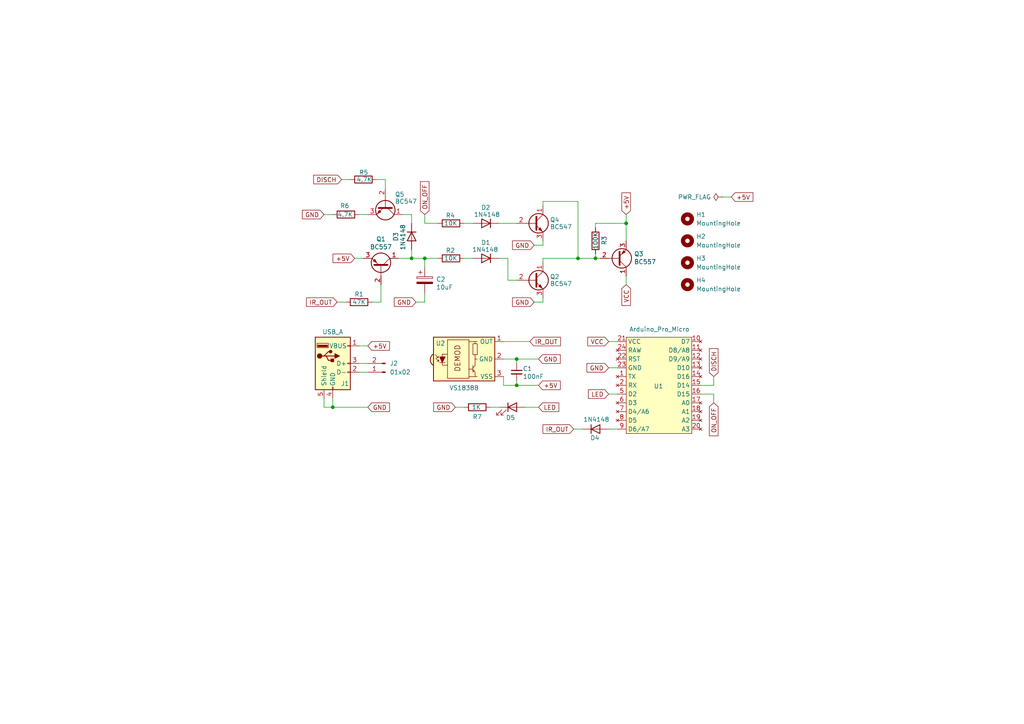
<source format=kicad_sch>
(kicad_sch (version 20250114) (generator "eeschema") (generator_version "9.0")
  (paper "A4")
  (lib_symbols
    (symbol "Connector:Conn_01x02_Pin" (pin_names (offset 1.016) (hide yes))
      (property "Reference" "J" (at 0 2.54 0))
      (property "Value" "Conn_01x02_Pin" (at 0 -5.08 0))
      (symbol "Conn_01x02_Pin_1_1"
        (rectangle (start 0.8636 0.127) (end 0 -0.127) (stroke (width 0.1524)) (fill (type outline)))
        (rectangle (start 0.8636 -2.413) (end 0 -2.667) (stroke (width 0.1524)) (fill (type outline)))
        (polyline (pts (xy 1.27 0) (xy 0.8636 0)) (stroke (width 0.1524)))
        (polyline (pts (xy 1.27 -2.54) (xy 0.8636 -2.54)) (stroke (width 0.1524)))
        (pin passive line (at 5.08 0 180) (length 3.81) (name "Pin_1") (number "1"))
        (pin passive line (at 5.08 -2.54 180) (length 3.81) (name "Pin_2") (number "2"))
      )
    )
    (symbol "Connector:USB_A" (pin_names (offset 1.016))
      (property "Reference" "J1" (at 3.556 -5.842 0))
      (property "Value" "USB_A" (at 0 9.144 0))
      (symbol "USB_A_0_1"
        (rectangle (start -5.08 -7.62) (end 5.08 7.62) (stroke (width 0.254)) (fill (type background)))
        (circle (center -3.81 2.159) (radius 0.635) (stroke (width 0.254)) (fill (type outline)))
        (polyline (pts (xy -3.175 2.159) (xy -2.54 2.159) (xy -1.27 3.429) (xy -0.635 3.429)) (stroke (width 0.254)))
        (polyline (pts (xy -2.54 2.159) (xy -1.905 2.159) (xy -1.27 0.889) (xy 0 0.889)) (stroke (width 0.254)))
        (rectangle (start -1.524 4.826) (end -4.318 5.334) (fill (type outline)))
        (rectangle (start -1.27 4.572) (end -4.572 5.842))
        (circle (center -0.635 3.429) (radius 0.381) (stroke (width 0.254)) (fill (type outline)))
        (rectangle (start -0.127 -7.62) (end 0.127 -6.858))
        (rectangle (start 0.254 1.27) (end -0.508 0.508) (stroke (width 0.254)) (fill (type outline)))
        (polyline (pts (xy 0.635 2.794) (xy 0.635 1.524) (xy 1.905 2.159) (xy 0.635 2.794)) (stroke (width 0.254)) (fill (type outline)))
        (rectangle (start 5.08 4.953) (end 4.318 5.207))
        (rectangle (start 5.08 -0.127) (end 4.318 0.127))
        (rectangle (start 5.08 -2.667) (end 4.318 -2.413))
      )
      (symbol "USB_A_1_1"
        (polyline (pts (xy -1.905 2.159) (xy 0.635 2.159)) (stroke (width 0.254)))
        (pin passive line (at -2.54 -10.16 90) (length 2.54) (name "Shield") (number "5"))
        (pin passive line (at 0 -10.16 90) (length 2.54) (name "GND") (number "4"))
        (pin power_in line (at 7.62 5.08 180) (length 2.54) (name "VBUS") (number "1"))
        (pin free line (at 7.62 0 180) (length 2.54) (name "D+") (number "3"))
        (pin free line (at 7.62 -2.54 180) (length 2.54) (name "D-") (number "2"))
      )
    )
    (symbol "Custom:VS1838B"
      (property "Reference" "U2" (at -8.128 4.572 0))
      (property "Value" "VS1838B" (at -1.27 -8.382 0))
      (symbol "VS1838B_0_0"
        (arc (start -10.287 -1.778) (mid -11.0899 -0.1905) (end -10.287 1.397) (stroke (width 0.254)) (fill (type background)))
        (polyline (pts (xy 1.905 5.08) (xy 0.127 5.08)))
        (polyline (pts (xy 1.905 -5.08) (xy 0.127 -5.08)))
        (text "DEMOD" (at -3.175 0.254 900) (effects (font (size 1.524 1.524))))
      )
      (symbol "VS1838B_0_1"
        (polyline (pts (xy -8.763 0.381) (xy -9.652 1.27)))
        (polyline (pts (xy -8.763 0.381) (xy -9.271 0.381)))
        (polyline (pts (xy -8.763 0.381) (xy -8.763 0.889)))
        (polyline (pts (xy -8.636 -0.635) (xy -9.525 0.254)))
        (polyline (pts (xy -8.636 -0.635) (xy -9.144 -0.635)))
        (polyline (pts (xy -8.636 -0.635) (xy -8.636 -0.127)))
        (polyline (pts (xy -8.382 0.635) (xy -6.731 0.635) (xy -7.62 -1.016) (xy -8.382 0.635)) (fill (type outline)))
        (polyline (pts (xy -8.382 -1.016) (xy -6.731 -1.016)))
        (rectangle (start -6.096 5.588) (end 0.127 -5.588))
        (polyline (pts (xy -6.096 1.397) (xy -7.62 1.397) (xy -7.62 -1.778) (xy -6.096 -1.778)))
        (polyline (pts (xy 1.27 -1.905) (xy 1.27 -3.81)))
        (polyline (pts (xy 1.27 -2.54) (xy 1.905 -1.905) (xy 1.905 0) (xy 2.54 0)))
        (polyline (pts (xy 1.27 -2.921) (xy 0.127 -2.921)))
        (polyline (pts (xy 1.27 -3.175) (xy 1.905 -3.81) (xy 1.905 -5.08) (xy 2.54 -5.08)))
        (polyline (pts (xy 1.397 -3.556) (xy 1.524 -3.556)))
        (polyline (pts (xy 1.651 -3.556) (xy 1.524 -3.556)))
        (polyline (pts (xy 1.651 -3.556) (xy 1.651 -3.302)))
        (polyline (pts (xy 1.905 4.445) (xy 1.905 5.08) (xy 2.54 5.08)))
        (polyline (pts (xy 1.905 0) (xy 1.905 1.27)))
        (rectangle (start 2.54 1.27) (end 1.27 4.445))
        (rectangle (start 7.62 6.35) (end -10.16 -6.35) (stroke (width 0.254)) (fill (type background)))
      )
      (symbol "VS1838B_1_1"
        (pin output line (at 10.16 5.08 180) (length 2.54) (name "OUT") (number "1"))
        (pin passive line (at 10.16 0 180) (length 2.54) (name "GND") (number "2"))
        (pin power_in line (at 10.16 -5.08 180) (length 2.54) (name "VSS") (number "3"))
      )
    )
    (symbol "D_1" (pin_numbers (hide yes)) (pin_names (offset 1.016) (hide yes))
      (property "Reference" "D5" (at -1.27 -3.048 0))
      (property "Value" "1N5817" (at -3.302 -5.334 0))
      (symbol "D_1_0_1"
        (polyline (pts (xy -1.27 1.27) (xy -1.27 -1.27)) (stroke (width 0.254)))
        (polyline (pts (xy 1.27 1.27) (xy 1.27 -1.27) (xy -1.27 0) (xy 1.27 1.27)) (stroke (width 0.254)))
        (polyline (pts (xy 1.27 0) (xy -1.27 0)))
      )
      (symbol "D_1_1_1"
        (pin passive line (at -3.81 0 0) (length 2.54) (name "K") (number "1"))
        (pin passive line (at 3.81 0 180) (length 2.54) (name "A") (number "2"))
      )
    )
    (symbol "Device:C_Polarized" (pin_numbers (hide yes)) (pin_names (offset 0.254))
      (property "Reference" "C" (at 0.635 2.54 0))
      (property "Value" "C_Polarized" (at 0.635 -2.54 0))
      (symbol "C_Polarized_0_1"
        (rectangle (start -2.286 0.508) (end 2.286 1.016))
        (polyline (pts (xy -1.778 2.286) (xy -0.762 2.286)))
        (polyline (pts (xy -1.27 2.794) (xy -1.27 1.778)))
        (rectangle (start 2.286 -0.508) (end -2.286 -1.016) (fill (type outline)))
      )
      (symbol "C_Polarized_1_1"
        (pin passive line (at 0 3.81 270) (length 2.794) (name "~") (number "1"))
        (pin passive line (at 0 -3.81 90) (length 2.794) (name "~") (number "2"))
      )
    )
    (symbol "Device:D" (pin_numbers (hide yes)) (pin_names (offset 1.016) (hide yes))
      (property "Reference" "D" (at 0 2.54 0))
      (property "Value" "D" (at 0 -2.54 0))
      (symbol "D_0_1"
        (polyline (pts (xy -1.27 1.27) (xy -1.27 -1.27)) (stroke (width 0.254)))
        (polyline (pts (xy 1.27 1.27) (xy 1.27 -1.27) (xy -1.27 0) (xy 1.27 1.27)) (stroke (width 0.254)))
        (polyline (pts (xy 1.27 0) (xy -1.27 0)))
      )
      (symbol "D_1_1"
        (pin passive line (at -3.81 0 0) (length 2.54) (name "K") (number "1"))
        (pin passive line (at 3.81 0 180) (length 2.54) (name "A") (number "2"))
      )
    )
    (symbol "Device:LED" (pin_numbers (hide yes)) (pin_names (offset 1.016) (hide yes))
      (property "Reference" "D" (at 0 2.54 0))
      (property "Value" "LED" (at 0 -2.54 0))
      (symbol "LED_0_1"
        (polyline (pts (xy -3.048 -0.762) (xy -4.572 -2.286) (xy -3.81 -2.286) (xy -4.572 -2.286) (xy -4.572 -1.524)))
        (polyline (pts (xy -1.778 -0.762) (xy -3.302 -2.286) (xy -2.54 -2.286) (xy -3.302 -2.286) (xy -3.302 -1.524)))
        (polyline (pts (xy -1.27 0) (xy 1.27 0)))
        (polyline (pts (xy -1.27 -1.27) (xy -1.27 1.27)) (stroke (width 0.254)))
        (polyline (pts (xy 1.27 -1.27) (xy 1.27 1.27) (xy -1.27 0) (xy 1.27 -1.27)) (stroke (width 0.254)))
      )
      (symbol "LED_1_1"
        (pin passive line (at -3.81 0 0) (length 2.54) (name "K") (number "1"))
        (pin passive line (at 3.81 0 180) (length 2.54) (name "A") (number "2"))
      )
    )
    (symbol "Device:R" (pin_numbers (hide yes)) (pin_names (offset 0))
      (property "Reference" "R" (at 2.032 0 90))
      (property "Value" "R" (at 0 0 90))
      (symbol "R_0_1"
        (rectangle (start -1.016 -2.54) (end 1.016 2.54) (stroke (width 0.254)))
      )
      (symbol "R_1_1"
        (pin passive line (at 0 3.81 270) (length 1.27) (name "~") (number "1"))
        (pin passive line (at 0 -3.81 90) (length 1.27) (name "~") (number "2"))
      )
    )
    (symbol "Mechanical:MountingHole" (pin_names (offset 1.016)) (in_bom no)
      (property "Reference" "H" (at 0 5.08 0))
      (property "Value" "MountingHole" (at 0 3.175 0))
      (symbol "MountingHole_0_1"
        (circle (center 0 0) (radius 1.27) (stroke (width 1.27)))
      )
    )
    (symbol "PCM_SparkFun-Board:ProMicroC"
      (property "Reference" "U1" (at 9.398 -15.494 0))
      (property "Value" "Arduino_Pro_Micro" (at 9.652 1.016 0))
      (symbol "ProMicroC_1_1"
        (rectangle (start 0 -1.27) (end 19.05 -29.21) (fill (type background)))
        (pin input line (at -2.54 -2.54 0) (length 2.54) (name "VCC") (number "21"))
        (pin no_connect line (at -2.54 -5.08 0) (length 2.54) (name "RAW") (number "24"))
        (pin no_connect line (at -2.54 -7.62 0) (length 2.54) (name "RST") (number "22"))
        (pin passive line (at -2.54 -10.16 0) (length 2.54) (name "GND") (number "23"))
        (pin passive line (at -2.54 -10.16 0) (length 2.54) (hide yes) (name "GND") (number "3"))
        (pin passive line (at -2.54 -10.16 0) (length 2.54) (hide yes) (name "GND") (number "4"))
        (pin no_connect line (at -2.54 -12.7 0) (length 2.54) (name "TX") (number "1"))
        (pin no_connect line (at -2.54 -15.24 0) (length 2.54) (name "RX") (number "2"))
        (pin bidirectional line (at -2.54 -17.78 0) (length 2.54) (name "D2") (number "5"))
        (pin no_connect line (at -2.54 -20.32 0) (length 2.54) (name "D3") (number "6"))
        (pin no_connect line (at -2.54 -22.86 0) (length 2.54) (name "D4/A6") (number "7"))
        (pin no_connect line (at -2.54 -25.4 0) (length 2.54) (name "D5") (number "8"))
        (pin bidirectional line (at -2.54 -27.94 0) (length 2.54) (name "D6/A7") (number "9"))
        (pin no_connect line (at 21.59 -2.54 180) (length 2.54) (name "D7") (number "10"))
        (pin no_connect line (at 21.59 -5.08 180) (length 2.54) (name "D8/A8") (number "11"))
        (pin no_connect line (at 21.59 -7.62 180) (length 2.54) (name "D9/A9") (number "12"))
        (pin no_connect line (at 21.59 -10.16 180) (length 2.54) (name "D10") (number "13"))
        (pin no_connect line (at 21.59 -12.7 180) (length 2.54) (name "D16") (number "14"))
        (pin bidirectional line (at 21.59 -15.24 180) (length 2.54) (name "D14") (number "15"))
        (pin bidirectional line (at 21.59 -17.78 180) (length 2.54) (name "D15") (number "16"))
        (pin no_connect line (at 21.59 -20.32 180) (length 2.54) (name "A0") (number "17"))
        (pin no_connect line (at 21.59 -22.86 180) (length 2.54) (name "A1") (number "18"))
        (pin no_connect line (at 21.59 -25.4 180) (length 2.54) (name "A2") (number "19"))
        (pin no_connect line (at 21.59 -27.94 180) (length 2.54) (name "A3") (number "20"))
      )
    )
    (symbol "PCM_SparkFun-Capacitor:C" (pin_numbers (hide yes)) (pin_names (offset 0.254))
      (property "Reference" "C" (at 0.635 2.54 0))
      (property "Value" "C" (at 0.635 -2.54 0))
      (property "Voltage" "1kV" (at 0 -6.35 0))
      (property "Tolerance" "100%" (at 0 -8.89 0))
      (symbol "C_0_1"
        (polyline (pts (xy -1.524 0.508) (xy 1.524 0.508)) (stroke (width 0.3048)))
        (polyline (pts (xy -1.524 -0.508) (xy 1.524 -0.508)) (stroke (width 0.3302)))
      )
      (symbol "C_1_1"
        (pin passive line (at 0 2.54 270) (length 2.032) (name "~") (number "1"))
        (pin passive line (at 0 -2.54 90) (length 2.032) (name "~") (number "2"))
      )
    )
    (symbol "Transistor_BJT:BC547" (pin_names (offset 0) (hide yes))
      (property "Reference" "Q" (at 5.08 1.905 0))
      (property "Value" "BC547" (at 5.08 0 0))
      (symbol "BC547_0_1"
        (polyline (pts (xy -2.54 0) (xy 0.635 0)))
        (polyline (pts (xy 0.635 1.905) (xy 0.635 -1.905)) (stroke (width 0.508)))
        (circle (center 1.27 0) (radius 2.8194) (stroke (width 0.254)))
      )
      (symbol "BC547_1_1"
        (polyline (pts (xy 0.635 0.635) (xy 2.54 2.54)))
        (polyline (pts (xy 0.635 -0.635) (xy 2.54 -2.54)))
        (polyline (pts (xy 1.27 -1.778) (xy 1.778 -1.27) (xy 2.286 -2.286) (xy 1.27 -1.778)) (fill (type outline)))
        (pin input line (at -5.08 0 0) (length 2.54) (name "B") (number "2"))
        (pin passive line (at 2.54 5.08 270) (length 2.54) (name "C") (number "1"))
        (pin passive line (at 2.54 -5.08 90) (length 2.54) (name "E") (number "3"))
      )
    )
    (symbol "Transistor_BJT:BC557" (pin_names (offset 0) (hide yes))
      (property "Reference" "Q" (at 5.08 1.905 0))
      (property "Value" "BC557" (at 5.08 0 0))
      (symbol "BC557_0_1"
        (polyline (pts (xy -2.54 0) (xy 0.635 0)))
        (polyline (pts (xy 0.635 1.905) (xy 0.635 -1.905)) (stroke (width 0.508)))
        (polyline (pts (xy 0.635 0.635) (xy 2.54 2.54)))
        (polyline (pts (xy 0.635 -0.635) (xy 2.54 -2.54)))
        (circle (center 1.27 0) (radius 2.8194) (stroke (width 0.254)))
        (polyline (pts (xy 2.286 -1.778) (xy 1.778 -2.286) (xy 1.27 -1.27) (xy 2.286 -1.778)) (fill (type outline)))
      )
      (symbol "BC557_1_1"
        (pin input line (at -5.08 0 0) (length 2.54) (name "B") (number "2"))
        (pin passive line (at 2.54 5.08 270) (length 2.54) (name "C") (number "1"))
        (pin passive line (at 2.54 -5.08 90) (length 2.54) (name "E") (number "3"))
      )
    )
    (symbol "power:PWR_FLAG" (power) (pin_numbers (hide yes)) (pin_names (offset 0) (hide yes))
      (property "Value" "PWR_FLAG" (at 0 3.81 0))
      (symbol "PWR_FLAG_0_0"
        (pin power_out line (at 0 0 90) (length 0) (name "~") (number "1"))
      )
      (symbol "PWR_FLAG_0_1"
        (polyline (pts (xy 0 0) (xy 0 1.27) (xy -1.016 1.905) (xy 0 2.54) (xy 1.016 1.905) (xy 0 1.27)))
      )
    )
  )
  (junction (at 167.64 74.93))
  (junction (at 181.61 64.77))
  (junction (at 172.72 74.93))
  (junction (at 123.19 74.93))
  (junction (at 96.52 118.11))
  (junction (at 149.86 111.76))
  (junction (at 119.38 74.93))
  (junction (at 149.86 104.14))
  (wire (pts (xy 157.48 59.69) (xy 157.48 58.42)))
  (wire (pts (xy 156.21 104.14) (xy 149.86 104.14)))
  (wire (pts (xy 123.19 85.09) (xy 123.19 87.63)))
  (wire (pts (xy 123.19 64.77) (xy 127 64.77)))
  (wire (pts (xy 167.64 74.93) (xy 172.72 74.93)))
  (wire (pts (xy 207.01 109.22) (xy 207.01 111.76)))
  (wire (pts (xy 147.32 81.28) (xy 149.86 81.28)))
  (wire (pts (xy 106.68 118.11) (xy 96.52 118.11)))
  (wire (pts (xy 144.78 118.11) (xy 142.24 118.11)))
  (wire (pts (xy 93.98 62.23) (xy 96.52 62.23)))
  (wire (pts (xy 120.65 87.63) (xy 123.19 87.63)))
  (wire (pts (xy 176.53 114.3) (xy 179.07 114.3)))
  (wire (pts (xy 119.38 72.39) (xy 119.38 74.93)))
  (wire (pts (xy 154.94 87.63) (xy 157.48 87.63)))
  (wire (pts (xy 181.61 80.01) (xy 181.61 82.55)))
  (wire (pts (xy 157.48 71.12) (xy 157.48 69.85)))
  (wire (pts (xy 207.01 114.3) (xy 207.01 116.84)))
  (wire (pts (xy 181.61 62.23) (xy 181.61 64.77)))
  (wire (pts (xy 134.62 74.93) (xy 137.16 74.93)))
  (wire (pts (xy 157.48 74.93) (xy 167.64 74.93)))
  (wire (pts (xy 115.57 74.93) (xy 119.38 74.93)))
  (wire (pts (xy 147.32 81.28) (xy 147.32 74.93)))
  (wire (pts (xy 107.95 87.63) (xy 110.49 87.63)))
  (wire (pts (xy 156.21 111.76) (xy 149.86 111.76)))
  (wire (pts (xy 157.48 58.42) (xy 167.64 58.42)))
  (wire (pts (xy 167.64 58.42) (xy 167.64 74.93)))
  (wire (pts (xy 172.72 64.77) (xy 181.61 64.77)))
  (wire (pts (xy 176.53 99.06) (xy 179.07 99.06)))
  (wire (pts (xy 93.98 115.57) (xy 93.98 118.11)))
  (wire (pts (xy 172.72 66.04) (xy 172.72 64.77)))
  (wire (pts (xy 152.4 118.11) (xy 156.21 118.11)))
  (wire (pts (xy 104.14 62.23) (xy 106.68 62.23)))
  (wire (pts (xy 119.38 62.23) (xy 119.38 64.77)))
  (wire (pts (xy 154.94 71.12) (xy 157.48 71.12)))
  (wire (pts (xy 157.48 86.36) (xy 157.48 87.63)))
  (wire (pts (xy 123.19 62.23) (xy 123.19 64.77)))
  (wire (pts (xy 176.53 106.68) (xy 179.07 106.68)))
  (wire (pts (xy 104.14 100.33) (xy 106.68 100.33)))
  (wire (pts (xy 146.05 111.76) (xy 146.05 109.22)))
  (wire (pts (xy 149.86 105.41) (xy 149.86 104.14)))
  (wire (pts (xy 119.38 62.23) (xy 116.84 62.23)))
  (wire (pts (xy 209.55 57.15) (xy 212.09 57.15)))
  (wire (pts (xy 181.61 64.77) (xy 181.61 69.85)))
  (wire (pts (xy 207.01 111.76) (xy 203.2 111.76)))
  (wire (pts (xy 172.72 74.93) (xy 173.99 74.93)))
  (wire (pts (xy 104.14 105.41) (xy 106.68 105.41)))
  (wire (pts (xy 166.37 124.46) (xy 168.91 124.46)))
  (wire (pts (xy 102.87 74.93) (xy 105.41 74.93)))
  (wire (pts (xy 93.98 118.11) (xy 96.52 118.11)))
  (wire (pts (xy 97.79 87.63) (xy 100.33 87.63)))
  (wire (pts (xy 119.38 74.93) (xy 123.19 74.93)))
  (wire (pts (xy 176.53 124.46) (xy 179.07 124.46)))
  (wire (pts (xy 123.19 74.93) (xy 123.19 77.47)))
  (wire (pts (xy 110.49 87.63) (xy 110.49 82.55)))
  (wire (pts (xy 104.14 107.95) (xy 106.68 107.95)))
  (wire (pts (xy 146.05 111.76) (xy 149.86 111.76)))
  (wire (pts (xy 123.19 74.93) (xy 127 74.93)))
  (wire (pts (xy 146.05 104.14) (xy 149.86 104.14)))
  (wire (pts (xy 157.48 76.2) (xy 157.48 74.93)))
  (wire (pts (xy 109.22 52.07) (xy 111.76 52.07)))
  (wire (pts (xy 149.86 111.76) (xy 149.86 110.49)))
  (wire (pts (xy 207.01 114.3) (xy 203.2 114.3)))
  (wire (pts (xy 153.67 99.06) (xy 146.05 99.06)))
  (wire (pts (xy 132.08 118.11) (xy 134.62 118.11)))
  (wire (pts (xy 111.76 52.07) (xy 111.76 54.61)))
  (wire (pts (xy 134.62 64.77) (xy 137.16 64.77)))
  (wire (pts (xy 96.52 118.11) (xy 96.52 115.57)))
  (wire (pts (xy 99.06 52.07) (xy 101.6 52.07)))
  (wire (pts (xy 144.78 64.77) (xy 149.86 64.77)))
  (wire (pts (xy 147.32 74.93) (xy 144.78 74.93)))
  (wire (pts (xy 172.72 73.66) (xy 172.72 74.93)))
  (global_label "DISCH" (shape input) (at 207.01 109.22 90) (property "Intersheetrefs" "${INTERSHEET_REFS}" (effects (hide yes))))
  (global_label "GND" (shape input) (at 154.94 71.12 180) (property "Intersheetrefs" "${INTERSHEET_REFS}" (effects (hide yes))))
  (global_label "LED" (shape input) (at 176.53 114.3 180) (property "Intersheetrefs" "${INTERSHEET_REFS}" (effects (hide yes))))
  (global_label "ON_OFF" (shape input) (at 123.19 62.23 90) (property "Intersheetrefs" "${INTERSHEET_REFS}" (effects (hide yes))))
  (global_label "+5V" (shape input) (at 102.87 74.93 180) (property "Intersheetrefs" "${INTERSHEET_REFS}" (effects (hide yes))))
  (global_label "IR_OUT" (shape input) (at 153.67 99.06 0) (property "Intersheetrefs" "${INTERSHEET_REFS}" (effects (hide yes))))
  (global_label "GND" (shape input) (at 156.21 104.14 0) (property "Intersheetrefs" "${INTERSHEET_REFS}" (effects (hide yes))))
  (global_label "+5V" (shape input) (at 156.21 111.76 0) (property "Intersheetrefs" "${INTERSHEET_REFS}" (effects (hide yes))))
  (global_label "ON_OFF" (shape input) (at 207.01 116.84 270) (property "Intersheetrefs" "${INTERSHEET_REFS}" (effects (hide yes))))
  (global_label "GND" (shape input) (at 120.65 87.63 180) (property "Intersheetrefs" "${INTERSHEET_REFS}" (effects (hide yes))))
  (global_label "GND" (shape input) (at 93.98 62.23 180) (property "Intersheetrefs" "${INTERSHEET_REFS}" (effects (hide yes))))
  (global_label "+5V" (shape input) (at 181.61 62.23 90) (property "Intersheetrefs" "${INTERSHEET_REFS}" (effects (hide yes))))
  (global_label "VCC" (shape input) (at 176.53 99.06 180) (property "Intersheetrefs" "${INTERSHEET_REFS}" (effects (hide yes))))
  (global_label "+5V" (shape input) (at 212.09 57.15 0) (property "Intersheetrefs" "${INTERSHEET_REFS}" (effects (hide yes))))
  (global_label "IR_OUT" (shape input) (at 166.37 124.46 180) (property "Intersheetrefs" "${INTERSHEET_REFS}" (effects (hide yes))))
  (global_label "DISCH" (shape input) (at 99.06 52.07 180) (property "Intersheetrefs" "${INTERSHEET_REFS}" (effects (hide yes))))
  (global_label "GND" (shape input) (at 106.68 118.11 0) (property "Intersheetrefs" "${INTERSHEET_REFS}" (effects (hide yes))))
  (global_label "IR_OUT" (shape input) (at 97.79 87.63 180) (property "Intersheetrefs" "${INTERSHEET_REFS}" (effects (hide yes))))
  (global_label "+5V" (shape input) (at 106.68 100.33 0) (property "Intersheetrefs" "${INTERSHEET_REFS}" (effects (hide yes))))
  (global_label "LED" (shape input) (at 156.21 118.11 0) (property "Intersheetrefs" "${INTERSHEET_REFS}" (effects (hide yes))))
  (global_label "GND" (shape input) (at 176.53 106.68 180) (property "Intersheetrefs" "${INTERSHEET_REFS}" (effects (hide yes))))
  (global_label "GND" (shape input) (at 132.08 118.11 180) (property "Intersheetrefs" "${INTERSHEET_REFS}" (effects (hide yes))))
  (global_label "VCC" (shape input) (at 181.61 82.55 270) (property "Intersheetrefs" "${INTERSHEET_REFS}" (effects (hide yes))))
  (global_label "GND" (shape input) (at 154.94 87.63 180) (property "Intersheetrefs" "${INTERSHEET_REFS}" (effects (hide yes))))
  (symbol (lib_id "Connector:Conn_01x02_Pin") (at 111.76 107.95 180) (unit 1)
    (property "Reference" "J2" (at 113.03 105.4099 0) (effects (justify right)))
    (property "Value" "01x02" (at 113.03 107.9499 0) (effects (justify right)))
    (property "Footprint" "Connector_JST:JST_EH_B2B-EH-A_1x02_P2.50mm_Vertical" (effects (hide yes)))
    (property "Description" "Generic connector, single row, 01x02, script generated" (effects (hide yes)))
  )
  (symbol (lib_id "Device:R") (at 130.81 64.77 270) (unit 1)
    (property "Reference" "R4" (at 129.286 62.484 90) (effects (justify left)))
    (property "Value" "10K" (at 128.778 64.77 90) (effects (justify left)))
    (property "Footprint" "Resistor_THT:R_Axial_DIN0207_L6.3mm_D2.5mm_P2.54mm_Vertical" (effects (hide yes)))
    (property "Description" "Resistor" (effects (hide yes)))
  )
  (symbol (lib_name "D_1") (lib_id "Device:D") (at 172.72 124.46 0) (mirror x) (unit 1)
    (property "Reference" "D4" (at 171.196 127 0) (effects (justify left)))
    (property "Value" "1N4148" (at 169.164 121.666 0) (effects (justify left)))
    (property "Footprint" "Diode_THT:D_DO-35_SOD27_P7.62mm_Horizontal" (effects (hide yes)))
    (property "Description" "Diode" (effects (hide yes)))
    (property "Sim.Device" "D" (effects (hide yes)))
    (property "Sim.Pins" "1=K 2=A" (effects (hide yes)))
  )
  (symbol (lib_id "PCM_SparkFun-Board:ProMicroC") (at 181.61 96.52 0) (unit 1)
    (property "Reference" "U1" (at 191.008 112.014 0))
    (property "Value" "Arduino_Pro_Micro" (at 191.262 95.504 0))
    (property "Footprint" "Custom:Arduino_Pro_Micro" (effects (hide yes)))
    (property "Datasheet" "https://www.sparkfun.com/products/15795" (effects (hide yes)))
  )
  (symbol (lib_id "Device:LED") (at 148.59 118.11 0) (unit 1)
    (property "Reference" "D5" (at 148.082 121.158 0))
    (property "Value" "LED" (effects (hide yes)))
    (property "Footprint" "LED_THT:LED_D5.0mm" (effects (hide yes)))
    (property "Description" "Light emitting diode" (effects (hide yes)))
    (property "Sim.Pins" "1=K 2=A" (effects (hide yes)))
  )
  (symbol (lib_id "Device:D") (at 119.38 68.58 270) (unit 1)
    (property "Reference" "D3" (at 114.808 67.31 0) (effects (justify left)))
    (property "Value" "1N4148" (at 116.84 65.024 0) (effects (justify left)))
    (property "Footprint" "Diode_THT:D_DO-35_SOD27_P7.62mm_Horizontal" (effects (hide yes)))
    (property "Description" "Diode" (effects (hide yes)))
    (property "Sim.Device" "D" (effects (hide yes)))
    (property "Sim.Pins" "1=K 2=A" (effects (hide yes)))
  )
  (symbol (lib_id "Transistor_BJT:BC557") (at 179.07 74.93 0) (mirror x) (unit 1)
    (property "Reference" "Q3" (at 183.896 73.66 0) (effects (justify left)))
    (property "Value" "BC557" (at 183.896 75.946 0) (effects (justify left)))
    (property "Footprint" "Package_TO_SOT_THT:TO-92_Inline_Wide" (effects (hide yes)))
    (property "Datasheet" "https://www.onsemi.com/pub/Collateral/BC556BTA-D.pdf" (effects (hide yes)))
    (property "Description" "0.1A Ic, 45V Vce, PNP Small Signal Transistor, TO-92" (effects (hide yes)))
  )
  (symbol (lib_id "Device:R") (at 104.14 87.63 90) (unit 1)
    (property "Reference" "R1" (at 104.14 85.344 90))
    (property "Value" "47K" (at 104.14 87.63 90))
    (property "Footprint" "Resistor_THT:R_Axial_DIN0207_L6.3mm_D2.5mm_P2.54mm_Vertical" (effects (hide yes)))
    (property "Description" "Resistor" (effects (hide yes)))
  )
  (symbol (lib_id "Mechanical:MountingHole") (at 199.39 63.5 0) (unit 1) (in_bom no)
    (property "Reference" "H1" (at 201.93 62.2299 0) (effects (justify left)))
    (property "Value" "MountingHole" (at 201.93 64.7699 0) (effects (justify left)))
    (property "Footprint" "MountingHole:MountingHole_2mm" (effects (hide yes)))
    (property "Description" "Mounting Hole without connection" (effects (hide yes)))
  )
  (symbol (lib_id "Mechanical:MountingHole") (at 199.39 82.55 0) (unit 1) (in_bom no)
    (property "Reference" "H4" (at 201.93 81.2799 0) (effects (justify left)))
    (property "Value" "MountingHole" (at 201.93 83.8199 0) (effects (justify left)))
    (property "Footprint" "MountingHole:MountingHole_2mm" (effects (hide yes)))
    (property "Description" "Mounting Hole without connection" (effects (hide yes)))
  )
  (symbol (lib_id "Transistor_BJT:BC547") (at 154.94 81.28 0) (unit 1)
    (property "Reference" "Q2" (at 159.512 80.264 0) (effects (justify left)))
    (property "Value" "BC547" (at 159.512 82.296 0) (effects (justify left)))
    (property "Footprint" "Package_TO_SOT_THT:TO-92_Inline_Wide" (effects (hide yes)))
    (property "Datasheet" "https://www.onsemi.com/pub/Collateral/BC550-D.pdf" (effects (hide yes)))
    (property "Description" "0.1A Ic, 45V Vce, Small Signal NPN Transistor, TO-92" (effects (hide yes)))
  )
  (symbol (lib_id "Transistor_BJT:BC547") (at 111.76 59.69 270) (unit 1)
    (property "Reference" "Q5" (at 114.554 56.388 90) (effects (justify left)))
    (property "Value" "BC547" (at 114.554 58.42 90) (effects (justify left)))
    (property "Footprint" "Package_TO_SOT_THT:TO-92_Inline_Wide" (effects (hide yes)))
    (property "Datasheet" "https://www.onsemi.com/pub/Collateral/BC550-D.pdf" (effects (hide yes)))
    (property "Description" "0.1A Ic, 45V Vce, Small Signal NPN Transistor, TO-92" (effects (hide yes)))
  )
  (symbol (lib_id "Mechanical:MountingHole") (at 199.39 76.2 0) (unit 1) (in_bom no)
    (property "Reference" "H3" (at 201.93 74.9299 0) (effects (justify left)))
    (property "Value" "MountingHole" (at 201.93 77.4699 0) (effects (justify left)))
    (property "Footprint" "MountingHole:MountingHole_2mm" (effects (hide yes)))
    (property "Description" "Mounting Hole without connection" (effects (hide yes)))
  )
  (symbol (lib_id "Device:R") (at 130.81 74.93 270) (unit 1)
    (property "Reference" "R2" (at 129.286 72.644 90) (effects (justify left)))
    (property "Value" "10K" (at 128.778 74.93 90) (effects (justify left)))
    (property "Footprint" "Resistor_THT:R_Axial_DIN0207_L6.3mm_D2.5mm_P2.54mm_Vertical" (effects (hide yes)))
    (property "Description" "Resistor" (effects (hide yes)))
  )
  (symbol (lib_id "Device:R") (at 100.33 62.23 90) (unit 1)
    (property "Reference" "R6" (at 101.346 59.69 90) (effects (justify left)))
    (property "Value" "4.7K" (at 102.362 62.23 90) (effects (justify left)))
    (property "Footprint" "Resistor_THT:R_Axial_DIN0207_L6.3mm_D2.5mm_P2.54mm_Vertical" (effects (hide yes)))
    (property "Description" "Resistor" (effects (hide yes)))
  )
  (symbol (lib_id "Transistor_BJT:BC547") (at 154.94 64.77 0) (unit 1)
    (property "Reference" "Q4" (at 159.512 63.754 0) (effects (justify left)))
    (property "Value" "BC547" (at 159.512 65.786 0) (effects (justify left)))
    (property "Footprint" "Package_TO_SOT_THT:TO-92_Inline_Wide" (effects (hide yes)))
    (property "Datasheet" "https://www.onsemi.com/pub/Collateral/BC550-D.pdf" (effects (hide yes)))
    (property "Description" "0.1A Ic, 45V Vce, Small Signal NPN Transistor, TO-92" (effects (hide yes)))
  )
  (symbol (lib_id "Transistor_BJT:BC557") (at 110.49 77.47 270) (mirror x) (unit 1)
    (property "Reference" "Q1" (at 110.49 69.342 90))
    (property "Value" "BC557" (at 110.49 71.628 90))
    (property "Footprint" "Package_TO_SOT_THT:TO-92_Inline_Wide" (effects (hide yes)))
    (property "Datasheet" "https://www.onsemi.com/pub/Collateral/BC556BTA-D.pdf" (effects (hide yes)))
    (property "Description" "0.1A Ic, 45V Vce, PNP Small Signal Transistor, TO-92" (effects (hide yes)))
  )
  (symbol (lib_id "Device:C_Polarized") (at 123.19 81.28 0) (unit 1)
    (property "Reference" "C2" (at 126.492 81.026 0) (effects (justify left)))
    (property "Value" "10uF" (at 126.492 83.312 0) (effects (justify left)))
    (property "Footprint" "Capacitor_THT:CP_Radial_D5.0mm_P2.50mm" (effects (hide yes)))
    (property "Description" "Polarized capacitor" (effects (hide yes)))
  )
  (symbol (lib_id "Custom:VS1838B") (at 135.89 104.14 0) (unit 1)
    (property "Reference" "U2" (at 127.762 99.568 0))
    (property "Value" "VS1838B" (at 134.62 112.522 0))
    (property "Footprint" "OptoDevice:Vishay_MINICAST-3Pin" (effects (hide yes)))
    (property "Datasheet" "Datasheet not available" (effects (hide yes)))
    (property "Description" "IR Sensor for Remote Control Systems" (effects (hide yes)))
  )
  (symbol (lib_id "Device:R") (at 138.43 118.11 270) (unit 1)
    (property "Reference" "R7" (at 138.43 120.904 90))
    (property "Value" "1K" (at 138.176 118.11 90))
    (property "Footprint" "Resistor_THT:R_Axial_DIN0204_L3.6mm_D1.6mm_P7.62mm_Horizontal" (effects (hide yes)))
    (property "Description" "Resistor" (effects (hide yes)))
  )
  (symbol (lib_id "Connector:USB_A") (at 96.52 105.41 0) (unit 1)
    (property "Reference" "J1" (at 100.076 111.252 0))
    (property "Value" "USB_A" (at 96.52 96.266 0))
    (property "Footprint" "Connector_USB:USB_A_Molex_67643_Horizontal" (effects (hide yes)))
    (property "Description" "USB Type A connector" (effects (hide yes)))
  )
  (symbol (lib_id "Device:R") (at 105.41 52.07 270) (unit 1)
    (property "Reference" "R5" (at 104.14 50.038 90) (effects (justify left)))
    (property "Value" "4.7K" (at 103.378 52.07 90) (effects (justify left)))
    (property "Footprint" "Resistor_THT:R_Axial_DIN0207_L6.3mm_D2.5mm_P2.54mm_Vertical" (effects (hide yes)))
    (property "Description" "Resistor" (effects (hide yes)))
  )
  (symbol (lib_id "Device:D") (at 140.97 64.77 180) (unit 1)
    (property "Reference" "D2" (at 142.24 60.198 0) (effects (justify left)))
    (property "Value" "1N4148" (at 145.034 62.23 0) (effects (justify left)))
    (property "Footprint" "Diode_THT:D_DO-35_SOD27_P7.62mm_Horizontal" (effects (hide yes)))
    (property "Description" "Diode" (effects (hide yes)))
    (property "Sim.Device" "D" (effects (hide yes)))
    (property "Sim.Pins" "1=K 2=A" (effects (hide yes)))
  )
  (symbol (lib_id "power:PWR_FLAG") (at 209.55 57.15 90) (unit 1)
    (property "Reference" "#FLG01" (effects (hide yes)))
    (property "Value" "PWR_FLAG" (at 206.248 57.15 90) (effects (justify left)))
    (property "Description" "Special symbol for telling ERC where power comes from" (effects (hide yes)))
  )
  (symbol (lib_id "Device:D") (at 140.97 74.93 180) (unit 1)
    (property "Reference" "D1" (at 142.24 70.358 0) (effects (justify left)))
    (property "Value" "1N4148" (at 144.526 72.39 0) (effects (justify left)))
    (property "Footprint" "Diode_THT:D_DO-35_SOD27_P7.62mm_Horizontal" (effects (hide yes)))
    (property "Description" "Diode" (effects (hide yes)))
    (property "Sim.Device" "D" (effects (hide yes)))
    (property "Sim.Pins" "1=K 2=A" (effects (hide yes)))
  )
  (symbol (lib_id "PCM_SparkFun-Capacitor:C") (at 149.86 107.95 0) (unit 1)
    (property "Reference" "C1" (at 151.638 106.934 0) (effects (justify left)))
    (property "Value" "100nF" (at 151.638 109.22 0) (effects (justify left)))
    (property "Footprint" "Capacitor_THT:C_Disc_D6.0mm_W2.5mm_P5.00mm" (effects (hide yes)))
    (property "Datasheet" "https://cdn.sparkfun.com/assets/8/a/4/a/5/Kemet_Capacitor_Datasheet.pdf" (effects (hide yes)))
    (property "Description" "Unpolarized capacitor" (effects (hide yes)))
    (property "PROD_ID" "CAP-00000" (effects (hide yes)))
    (property "Voltage" "1kV" (effects (hide yes)))
    (property "Tolerance" "100%" (effects (hide yes)))
  )
  (symbol (lib_id "Mechanical:MountingHole") (at 199.39 69.85 0) (unit 1) (in_bom no)
    (property "Reference" "H2" (at 201.93 68.5799 0) (effects (justify left)))
    (property "Value" "MountingHole" (at 201.93 71.1199 0) (effects (justify left)))
    (property "Footprint" "MountingHole:MountingHole_2mm" (effects (hide yes)))
    (property "Description" "Mounting Hole without connection" (effects (hide yes)))
  )
  (symbol (lib_id "Device:R") (at 172.72 69.85 0) (unit 1)
    (property "Reference" "R3" (at 175.26 71.12 90) (effects (justify left)))
    (property "Value" "100K" (at 172.72 72.39 90) (effects (justify left)))
    (property "Footprint" "Resistor_THT:R_Axial_DIN0207_L6.3mm_D2.5mm_P2.54mm_Vertical" (effects (hide yes)))
    (property "Description" "Resistor" (effects (hide yes)))
  )
)
</source>
